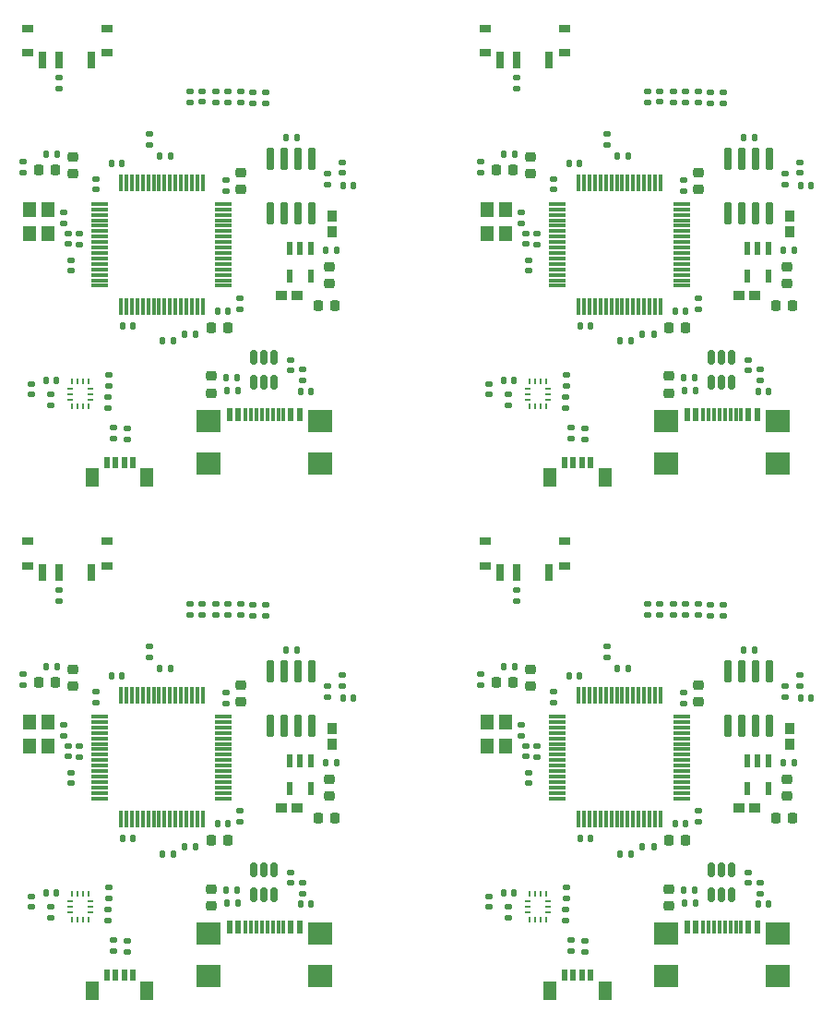
<source format=gbr>
%TF.GenerationSoftware,KiCad,Pcbnew,(6.0.11)*%
%TF.CreationDate,2023-02-14T10:47:04+13:00*%
%TF.ProjectId,stm32_panel,73746d33-325f-4706-916e-656c2e6b6963,rev?*%
%TF.SameCoordinates,Original*%
%TF.FileFunction,Paste,Top*%
%TF.FilePolarity,Positive*%
%FSLAX46Y46*%
G04 Gerber Fmt 4.6, Leading zero omitted, Abs format (unit mm)*
G04 Created by KiCad (PCBNEW (6.0.11)) date 2023-02-14 10:47:04*
%MOMM*%
%LPD*%
G01*
G04 APERTURE LIST*
G04 Aperture macros list*
%AMRoundRect*
0 Rectangle with rounded corners*
0 $1 Rounding radius*
0 $2 $3 $4 $5 $6 $7 $8 $9 X,Y pos of 4 corners*
0 Add a 4 corners polygon primitive as box body*
4,1,4,$2,$3,$4,$5,$6,$7,$8,$9,$2,$3,0*
0 Add four circle primitives for the rounded corners*
1,1,$1+$1,$2,$3*
1,1,$1+$1,$4,$5*
1,1,$1+$1,$6,$7*
1,1,$1+$1,$8,$9*
0 Add four rect primitives between the rounded corners*
20,1,$1+$1,$2,$3,$4,$5,0*
20,1,$1+$1,$4,$5,$6,$7,0*
20,1,$1+$1,$6,$7,$8,$9,0*
20,1,$1+$1,$8,$9,$2,$3,0*%
G04 Aperture macros list end*
%ADD10RoundRect,0.218750X-0.218750X-0.256250X0.218750X-0.256250X0.218750X0.256250X-0.218750X0.256250X0*%
%ADD11RoundRect,0.147500X0.172500X-0.147500X0.172500X0.147500X-0.172500X0.147500X-0.172500X-0.147500X0*%
%ADD12RoundRect,0.218750X0.256250X-0.218750X0.256250X0.218750X-0.256250X0.218750X-0.256250X-0.218750X0*%
%ADD13RoundRect,0.225000X0.250000X-0.225000X0.250000X0.225000X-0.250000X0.225000X-0.250000X-0.225000X0*%
%ADD14R,0.500000X1.100000*%
%ADD15R,1.200000X1.700000*%
%ADD16RoundRect,0.225000X0.225000X0.250000X-0.225000X0.250000X-0.225000X-0.250000X0.225000X-0.250000X0*%
%ADD17R,0.999999X0.949998*%
%ADD18RoundRect,0.135000X0.185000X-0.135000X0.185000X0.135000X-0.185000X0.135000X-0.185000X-0.135000X0*%
%ADD19RoundRect,0.150000X0.150000X-0.512500X0.150000X0.512500X-0.150000X0.512500X-0.150000X-0.512500X0*%
%ADD20RoundRect,0.135000X-0.135000X-0.185000X0.135000X-0.185000X0.135000X0.185000X-0.135000X0.185000X0*%
%ADD21RoundRect,0.140000X0.140000X0.170000X-0.140000X0.170000X-0.140000X-0.170000X0.140000X-0.170000X0*%
%ADD22RoundRect,0.088500X-0.206500X0.516500X-0.206500X-0.516500X0.206500X-0.516500X0.206500X0.516500X0*%
%ADD23RoundRect,0.147500X-0.147500X-0.172500X0.147500X-0.172500X0.147500X0.172500X-0.147500X0.172500X0*%
%ADD24RoundRect,0.140000X0.170000X-0.140000X0.170000X0.140000X-0.170000X0.140000X-0.170000X-0.140000X0*%
%ADD25RoundRect,0.075000X-0.700000X-0.075000X0.700000X-0.075000X0.700000X0.075000X-0.700000X0.075000X0*%
%ADD26RoundRect,0.075000X-0.075000X-0.700000X0.075000X-0.700000X0.075000X0.700000X-0.075000X0.700000X0*%
%ADD27RoundRect,0.135000X-0.185000X0.135000X-0.185000X-0.135000X0.185000X-0.135000X0.185000X0.135000X0*%
%ADD28RoundRect,0.147500X-0.172500X0.147500X-0.172500X-0.147500X0.172500X-0.147500X0.172500X0.147500X0*%
%ADD29RoundRect,0.042000X-0.258000X0.943000X-0.258000X-0.943000X0.258000X-0.943000X0.258000X0.943000X0*%
%ADD30R,1.200000X1.400000*%
%ADD31RoundRect,0.140000X-0.140000X-0.170000X0.140000X-0.170000X0.140000X0.170000X-0.140000X0.170000X0*%
%ADD32RoundRect,0.218750X-0.256250X0.218750X-0.256250X-0.218750X0.256250X-0.218750X0.256250X0.218750X0*%
%ADD33RoundRect,0.140000X-0.170000X0.140000X-0.170000X-0.140000X0.170000X-0.140000X0.170000X0.140000X0*%
%ADD34RoundRect,0.135000X0.135000X0.185000X-0.135000X0.185000X-0.135000X-0.185000X0.135000X-0.185000X0*%
%ADD35R,0.949998X0.999999*%
%ADD36R,0.250000X0.475000*%
%ADD37R,0.475000X0.250000*%
%ADD38RoundRect,0.225000X-0.225000X-0.250000X0.225000X-0.250000X0.225000X0.250000X-0.225000X0.250000X0*%
%ADD39R,1.000000X0.800000*%
%ADD40R,0.700000X1.500000*%
%ADD41R,0.600000X1.150000*%
%ADD42R,0.300000X1.150000*%
%ADD43R,2.180000X2.000000*%
G04 APERTURE END LIST*
D10*
%TO.C,D308*%
X73672500Y-29970000D03*
X75247500Y-29970000D03*
%TD*%
D11*
%TO.C,D502*%
X59550000Y-77265000D03*
X59550000Y-76295000D03*
%TD*%
D12*
%TO.C,D301*%
X89505000Y-50457500D03*
X89505000Y-48882500D03*
%TD*%
D13*
%TO.C,C306*%
X50255000Y-31765000D03*
X50255000Y-30215000D03*
%TD*%
D14*
%TO.C,J401*%
X40350000Y-103800000D03*
X39550000Y-103800000D03*
X38750000Y-103800000D03*
X37950000Y-103800000D03*
D15*
X41650000Y-105200000D03*
X36650000Y-105200000D03*
%TD*%
D16*
%TO.C,C303*%
X100885000Y-89440000D03*
X99335000Y-89440000D03*
%TD*%
D17*
%TO.C,C205*%
X95935001Y-88480000D03*
X97384999Y-88480000D03*
%TD*%
D18*
%TO.C,R314*%
X93305000Y-70865000D03*
X93305000Y-69845000D03*
%TD*%
D19*
%TO.C,U302*%
X51425000Y-49452500D03*
X52375000Y-49452500D03*
X53325000Y-49452500D03*
X53325000Y-47177500D03*
X52375000Y-47177500D03*
X51425000Y-47177500D03*
%TD*%
D20*
%TO.C,R306*%
X90905000Y-49005000D03*
X91925000Y-49005000D03*
%TD*%
D18*
%TO.C,R316*%
X45600000Y-23770000D03*
X45600000Y-22750000D03*
%TD*%
D21*
%TO.C,C501*%
X55390000Y-26975000D03*
X54430000Y-26975000D03*
%TD*%
D14*
%TO.C,J401*%
X82350000Y-103800000D03*
X81550000Y-103800000D03*
X80750000Y-103800000D03*
X79950000Y-103800000D03*
D15*
X83650000Y-105200000D03*
X78650000Y-105200000D03*
%TD*%
D22*
%TO.C,U201*%
X98650000Y-84182500D03*
X97700000Y-84182500D03*
X96750000Y-84182500D03*
X96750000Y-86692500D03*
X98650000Y-86692500D03*
%TD*%
D13*
%TO.C,C306*%
X92255000Y-31765000D03*
X92255000Y-30215000D03*
%TD*%
D23*
%TO.C,D306*%
X97715000Y-97300000D03*
X98685000Y-97300000D03*
%TD*%
D19*
%TO.C,U302*%
X93425000Y-96452500D03*
X94375000Y-96452500D03*
X95325000Y-96452500D03*
X95325000Y-94177500D03*
X94375000Y-94177500D03*
X93425000Y-94177500D03*
%TD*%
D18*
%TO.C,R502*%
X100230000Y-31290000D03*
X100230000Y-30270000D03*
%TD*%
%TO.C,R317*%
X30290000Y-30220000D03*
X30290000Y-29200000D03*
%TD*%
D24*
%TO.C,C312*%
X54800000Y-48330000D03*
X54800000Y-47370000D03*
%TD*%
D25*
%TO.C,U301*%
X37325000Y-80090000D03*
X37325000Y-80590000D03*
X37325000Y-81090000D03*
X37325000Y-81590000D03*
X37325000Y-82090000D03*
X37325000Y-82590000D03*
X37325000Y-83090000D03*
X37325000Y-83590000D03*
X37325000Y-84090000D03*
X37325000Y-84590000D03*
X37325000Y-85090000D03*
X37325000Y-85590000D03*
X37325000Y-86090000D03*
X37325000Y-86590000D03*
X37325000Y-87090000D03*
X37325000Y-87590000D03*
D26*
X39250000Y-89515000D03*
X39750000Y-89515000D03*
X40250000Y-89515000D03*
X40750000Y-89515000D03*
X41250000Y-89515000D03*
X41750000Y-89515000D03*
X42250000Y-89515000D03*
X42750000Y-89515000D03*
X43250000Y-89515000D03*
X43750000Y-89515000D03*
X44250000Y-89515000D03*
X44750000Y-89515000D03*
X45250000Y-89515000D03*
X45750000Y-89515000D03*
X46250000Y-89515000D03*
X46750000Y-89515000D03*
D25*
X48675000Y-87590000D03*
X48675000Y-87090000D03*
X48675000Y-86590000D03*
X48675000Y-86090000D03*
X48675000Y-85590000D03*
X48675000Y-85090000D03*
X48675000Y-84590000D03*
X48675000Y-84090000D03*
X48675000Y-83590000D03*
X48675000Y-83090000D03*
X48675000Y-82590000D03*
X48675000Y-82090000D03*
X48675000Y-81590000D03*
X48675000Y-81090000D03*
X48675000Y-80590000D03*
X48675000Y-80090000D03*
D26*
X46750000Y-78165000D03*
X46250000Y-78165000D03*
X45750000Y-78165000D03*
X45250000Y-78165000D03*
X44750000Y-78165000D03*
X44250000Y-78165000D03*
X43750000Y-78165000D03*
X43250000Y-78165000D03*
X42750000Y-78165000D03*
X42250000Y-78165000D03*
X41750000Y-78165000D03*
X41250000Y-78165000D03*
X40750000Y-78165000D03*
X40250000Y-78165000D03*
X39750000Y-78165000D03*
X39250000Y-78165000D03*
%TD*%
D27*
%TO.C,R308*%
X50200000Y-41715000D03*
X50200000Y-42735000D03*
%TD*%
D21*
%TO.C,C308*%
X40325000Y-44260000D03*
X39365000Y-44260000D03*
%TD*%
D18*
%TO.C,R305*%
X97900000Y-49310000D03*
X97900000Y-48290000D03*
%TD*%
D12*
%TO.C,D301*%
X89505000Y-97457500D03*
X89505000Y-95882500D03*
%TD*%
D28*
%TO.C,D303*%
X46710000Y-22770000D03*
X46710000Y-23740000D03*
%TD*%
D29*
%TO.C,U501*%
X56755000Y-28980000D03*
X55485000Y-28980000D03*
X54215000Y-28980000D03*
X52945000Y-28980000D03*
X52945000Y-33920000D03*
X54215000Y-33920000D03*
X55485000Y-33920000D03*
X56755000Y-33920000D03*
%TD*%
D23*
%TO.C,D503*%
X59615000Y-78415000D03*
X60585000Y-78415000D03*
%TD*%
D20*
%TO.C,R310*%
X43010000Y-92670000D03*
X44030000Y-92670000D03*
%TD*%
D22*
%TO.C,U201*%
X56650000Y-37182500D03*
X55700000Y-37182500D03*
X54750000Y-37182500D03*
X54750000Y-39692500D03*
X56650000Y-39692500D03*
%TD*%
D16*
%TO.C,C303*%
X58885000Y-42440000D03*
X57335000Y-42440000D03*
%TD*%
D30*
%TO.C,Y301*%
X30815000Y-33625000D03*
X30815000Y-35825000D03*
X32515000Y-35825000D03*
X32515000Y-33625000D03*
%TD*%
D31*
%TO.C,C401*%
X32385000Y-96245000D03*
X33345000Y-96245000D03*
%TD*%
D32*
%TO.C,D307*%
X34820000Y-28762500D03*
X34820000Y-30337500D03*
%TD*%
D24*
%TO.C,C403*%
X32790000Y-98525000D03*
X32790000Y-97565000D03*
%TD*%
D20*
%TO.C,R306*%
X48905000Y-96005000D03*
X49925000Y-96005000D03*
%TD*%
D18*
%TO.C,R314*%
X51305000Y-23865000D03*
X51305000Y-22845000D03*
%TD*%
D24*
%TO.C,C402*%
X73015000Y-50555000D03*
X73015000Y-49595000D03*
%TD*%
D19*
%TO.C,U302*%
X51425000Y-96452500D03*
X52375000Y-96452500D03*
X53325000Y-96452500D03*
X53325000Y-94177500D03*
X52375000Y-94177500D03*
X51425000Y-94177500D03*
%TD*%
D27*
%TO.C,R401*%
X39800000Y-53640000D03*
X39800000Y-54660000D03*
%TD*%
D21*
%TO.C,C501*%
X55390000Y-73975000D03*
X54430000Y-73975000D03*
%TD*%
D18*
%TO.C,R315*%
X47930000Y-23805000D03*
X47930000Y-22785000D03*
%TD*%
D33*
%TO.C,C302*%
X34406315Y-82806315D03*
X34406315Y-83766315D03*
%TD*%
D24*
%TO.C,C403*%
X74790000Y-98525000D03*
X74790000Y-97565000D03*
%TD*%
D28*
%TO.C,D305*%
X92225000Y-69790000D03*
X92225000Y-70760000D03*
%TD*%
D27*
%TO.C,R402*%
X38530000Y-53590000D03*
X38530000Y-54610000D03*
%TD*%
D21*
%TO.C,C501*%
X97390000Y-26975000D03*
X96430000Y-26975000D03*
%TD*%
D34*
%TO.C,R313*%
X33380000Y-28560000D03*
X32360000Y-28560000D03*
%TD*%
%TO.C,R313*%
X75380000Y-28560000D03*
X74360000Y-28560000D03*
%TD*%
D20*
%TO.C,R306*%
X90905000Y-96005000D03*
X91925000Y-96005000D03*
%TD*%
D19*
%TO.C,U302*%
X93425000Y-49452500D03*
X94375000Y-49452500D03*
X95325000Y-49452500D03*
X95325000Y-47177500D03*
X94375000Y-47177500D03*
X93425000Y-47177500D03*
%TD*%
D16*
%TO.C,C303*%
X58885000Y-89440000D03*
X57335000Y-89440000D03*
%TD*%
D35*
%TO.C,C201*%
X100655000Y-81220001D03*
X100655000Y-82669999D03*
%TD*%
D24*
%TO.C,C403*%
X32790000Y-51525000D03*
X32790000Y-50565000D03*
%TD*%
D31*
%TO.C,C307*%
X90095000Y-42890000D03*
X91055000Y-42890000D03*
%TD*%
D36*
%TO.C,U401*%
X36265000Y-96352500D03*
X35765000Y-96352500D03*
X35265000Y-96352500D03*
X34765000Y-96352500D03*
D37*
X34602500Y-97015000D03*
X34602500Y-97515000D03*
X34602500Y-98015000D03*
D36*
X34765000Y-98677500D03*
X35265000Y-98677500D03*
X35765000Y-98677500D03*
X36265000Y-98677500D03*
D37*
X36427500Y-98015000D03*
X36427500Y-97515000D03*
X36427500Y-97015000D03*
%TD*%
D10*
%TO.C,D308*%
X31672500Y-76970000D03*
X33247500Y-76970000D03*
%TD*%
D38*
%TO.C,C304*%
X47495000Y-44455000D03*
X49045000Y-44455000D03*
%TD*%
D23*
%TO.C,D503*%
X101615000Y-31415000D03*
X102585000Y-31415000D03*
%TD*%
D18*
%TO.C,R316*%
X87600000Y-70770000D03*
X87600000Y-69750000D03*
%TD*%
D25*
%TO.C,U301*%
X37325000Y-33090000D03*
X37325000Y-33590000D03*
X37325000Y-34090000D03*
X37325000Y-34590000D03*
X37325000Y-35090000D03*
X37325000Y-35590000D03*
X37325000Y-36090000D03*
X37325000Y-36590000D03*
X37325000Y-37090000D03*
X37325000Y-37590000D03*
X37325000Y-38090000D03*
X37325000Y-38590000D03*
X37325000Y-39090000D03*
X37325000Y-39590000D03*
X37325000Y-40090000D03*
X37325000Y-40590000D03*
D26*
X39250000Y-42515000D03*
X39750000Y-42515000D03*
X40250000Y-42515000D03*
X40750000Y-42515000D03*
X41250000Y-42515000D03*
X41750000Y-42515000D03*
X42250000Y-42515000D03*
X42750000Y-42515000D03*
X43250000Y-42515000D03*
X43750000Y-42515000D03*
X44250000Y-42515000D03*
X44750000Y-42515000D03*
X45250000Y-42515000D03*
X45750000Y-42515000D03*
X46250000Y-42515000D03*
X46750000Y-42515000D03*
D25*
X48675000Y-40590000D03*
X48675000Y-40090000D03*
X48675000Y-39590000D03*
X48675000Y-39090000D03*
X48675000Y-38590000D03*
X48675000Y-38090000D03*
X48675000Y-37590000D03*
X48675000Y-37090000D03*
X48675000Y-36590000D03*
X48675000Y-36090000D03*
X48675000Y-35590000D03*
X48675000Y-35090000D03*
X48675000Y-34590000D03*
X48675000Y-34090000D03*
X48675000Y-33590000D03*
X48675000Y-33090000D03*
D26*
X46750000Y-31165000D03*
X46250000Y-31165000D03*
X45750000Y-31165000D03*
X45250000Y-31165000D03*
X44750000Y-31165000D03*
X44250000Y-31165000D03*
X43750000Y-31165000D03*
X43250000Y-31165000D03*
X42750000Y-31165000D03*
X42250000Y-31165000D03*
X41750000Y-31165000D03*
X41250000Y-31165000D03*
X40750000Y-31165000D03*
X40250000Y-31165000D03*
X39750000Y-31165000D03*
X39250000Y-31165000D03*
%TD*%
D24*
%TO.C,C305*%
X48905000Y-78890000D03*
X48905000Y-77930000D03*
%TD*%
D27*
%TO.C,R401*%
X81800000Y-100640000D03*
X81800000Y-101660000D03*
%TD*%
D17*
%TO.C,C205*%
X95935001Y-41480000D03*
X97384999Y-41480000D03*
%TD*%
D24*
%TO.C,C301*%
X76021315Y-81841315D03*
X76021315Y-80881315D03*
%TD*%
D28*
%TO.C,D304*%
X49025000Y-22785000D03*
X49025000Y-23755000D03*
%TD*%
D35*
%TO.C,C201*%
X58655000Y-34220001D03*
X58655000Y-35669999D03*
%TD*%
D18*
%TO.C,R305*%
X55900000Y-49310000D03*
X55900000Y-48290000D03*
%TD*%
D11*
%TO.C,D502*%
X101550000Y-77265000D03*
X101550000Y-76295000D03*
%TD*%
D24*
%TO.C,C309*%
X78920000Y-31785000D03*
X78920000Y-30825000D03*
%TD*%
D18*
%TO.C,R317*%
X72290000Y-30220000D03*
X72290000Y-29200000D03*
%TD*%
D23*
%TO.C,D306*%
X55715000Y-50300000D03*
X56685000Y-50300000D03*
%TD*%
D22*
%TO.C,U201*%
X56650000Y-84182500D03*
X55700000Y-84182500D03*
X54750000Y-84182500D03*
X54750000Y-86692500D03*
X56650000Y-86692500D03*
%TD*%
D39*
%TO.C,SW301*%
X79950000Y-19255000D03*
X79950000Y-17045000D03*
X72650000Y-19255000D03*
X72650000Y-17045000D03*
D40*
X78550000Y-19905000D03*
X75550000Y-19905000D03*
X74050000Y-19905000D03*
%TD*%
D18*
%TO.C,R315*%
X47930000Y-70805000D03*
X47930000Y-69785000D03*
%TD*%
D13*
%TO.C,C306*%
X50255000Y-78765000D03*
X50255000Y-77215000D03*
%TD*%
D34*
%TO.C,R309*%
X85795000Y-28705000D03*
X84775000Y-28705000D03*
%TD*%
D21*
%TO.C,C308*%
X40325000Y-91260000D03*
X39365000Y-91260000D03*
%TD*%
D10*
%TO.C,D308*%
X73672500Y-76970000D03*
X75247500Y-76970000D03*
%TD*%
D27*
%TO.C,R401*%
X39800000Y-100640000D03*
X39800000Y-101660000D03*
%TD*%
D28*
%TO.C,D302*%
X52505000Y-69875000D03*
X52505000Y-70845000D03*
%TD*%
D24*
%TO.C,C309*%
X36920000Y-31785000D03*
X36920000Y-30825000D03*
%TD*%
%TO.C,C305*%
X90905000Y-31890000D03*
X90905000Y-30930000D03*
%TD*%
D36*
%TO.C,U401*%
X36265000Y-49352500D03*
X35765000Y-49352500D03*
X35265000Y-49352500D03*
X34765000Y-49352500D03*
D37*
X34602500Y-50015000D03*
X34602500Y-50515000D03*
X34602500Y-51015000D03*
D36*
X34765000Y-51677500D03*
X35265000Y-51677500D03*
X35765000Y-51677500D03*
X36265000Y-51677500D03*
D37*
X36427500Y-51015000D03*
X36427500Y-50515000D03*
X36427500Y-50015000D03*
%TD*%
D20*
%TO.C,R310*%
X43010000Y-45670000D03*
X44030000Y-45670000D03*
%TD*%
D24*
%TO.C,C301*%
X76021315Y-34841315D03*
X76021315Y-33881315D03*
%TD*%
D18*
%TO.C,R305*%
X97900000Y-96310000D03*
X97900000Y-95290000D03*
%TD*%
D29*
%TO.C,U501*%
X98755000Y-28980000D03*
X97485000Y-28980000D03*
X96215000Y-28980000D03*
X94945000Y-28980000D03*
X94945000Y-33920000D03*
X96215000Y-33920000D03*
X97485000Y-33920000D03*
X98755000Y-33920000D03*
%TD*%
D35*
%TO.C,C201*%
X58655000Y-81220001D03*
X58655000Y-82669999D03*
%TD*%
D21*
%TO.C,C308*%
X82325000Y-91260000D03*
X81365000Y-91260000D03*
%TD*%
D18*
%TO.C,R303*%
X75550000Y-22550000D03*
X75550000Y-21530000D03*
%TD*%
D33*
%TO.C,C302*%
X34406315Y-35806315D03*
X34406315Y-36766315D03*
%TD*%
D34*
%TO.C,R208*%
X101040000Y-37295000D03*
X100020000Y-37295000D03*
%TD*%
D38*
%TO.C,C304*%
X89495000Y-91455000D03*
X91045000Y-91455000D03*
%TD*%
D28*
%TO.C,D304*%
X91025000Y-22785000D03*
X91025000Y-23755000D03*
%TD*%
D41*
%TO.C,J302*%
X49225000Y-99395000D03*
X50025000Y-99395000D03*
D42*
X51175000Y-99395000D03*
X52175000Y-99395000D03*
X52675000Y-99395000D03*
X53675000Y-99395000D03*
D41*
X55625000Y-99395000D03*
X54825000Y-99395000D03*
D42*
X54175000Y-99395000D03*
X53175000Y-99395000D03*
X51675000Y-99395000D03*
X50675000Y-99395000D03*
D43*
X47315000Y-99970000D03*
X57535000Y-99970000D03*
X47315000Y-103900000D03*
X57535000Y-103900000D03*
%TD*%
D36*
%TO.C,U401*%
X78265000Y-96352500D03*
X77765000Y-96352500D03*
X77265000Y-96352500D03*
X76765000Y-96352500D03*
D37*
X76602500Y-97015000D03*
X76602500Y-97515000D03*
X76602500Y-98015000D03*
D36*
X76765000Y-98677500D03*
X77265000Y-98677500D03*
X77765000Y-98677500D03*
X78265000Y-98677500D03*
D37*
X78427500Y-98015000D03*
X78427500Y-97515000D03*
X78427500Y-97015000D03*
%TD*%
D20*
%TO.C,R304*%
X48940000Y-97200000D03*
X49960000Y-97200000D03*
%TD*%
D27*
%TO.C,R301*%
X80095000Y-95770000D03*
X80095000Y-96790000D03*
%TD*%
D18*
%TO.C,R316*%
X87600000Y-23770000D03*
X87600000Y-22750000D03*
%TD*%
%TO.C,R305*%
X55900000Y-96310000D03*
X55900000Y-95290000D03*
%TD*%
D20*
%TO.C,R304*%
X90940000Y-50200000D03*
X91960000Y-50200000D03*
%TD*%
D38*
%TO.C,C304*%
X89495000Y-44455000D03*
X91045000Y-44455000D03*
%TD*%
D24*
%TO.C,C305*%
X90905000Y-78890000D03*
X90905000Y-77930000D03*
%TD*%
D18*
%TO.C,R307*%
X80065000Y-51830000D03*
X80065000Y-50810000D03*
%TD*%
D32*
%TO.C,D307*%
X76820000Y-28762500D03*
X76820000Y-30337500D03*
%TD*%
D31*
%TO.C,C310*%
X80370000Y-76350000D03*
X81330000Y-76350000D03*
%TD*%
D18*
%TO.C,R302*%
X77460000Y-83855000D03*
X77460000Y-82835000D03*
%TD*%
D24*
%TO.C,C312*%
X96800000Y-95330000D03*
X96800000Y-94370000D03*
%TD*%
D28*
%TO.C,D302*%
X52505000Y-22875000D03*
X52505000Y-23845000D03*
%TD*%
D23*
%TO.C,D306*%
X55715000Y-97300000D03*
X56685000Y-97300000D03*
%TD*%
D31*
%TO.C,C310*%
X38370000Y-29350000D03*
X39330000Y-29350000D03*
%TD*%
D24*
%TO.C,C402*%
X31015000Y-50555000D03*
X31015000Y-49595000D03*
%TD*%
D18*
%TO.C,R314*%
X93305000Y-23865000D03*
X93305000Y-22845000D03*
%TD*%
D27*
%TO.C,R308*%
X92200000Y-41715000D03*
X92200000Y-42735000D03*
%TD*%
D24*
%TO.C,C311*%
X34640000Y-86230000D03*
X34640000Y-85270000D03*
%TD*%
%TO.C,C305*%
X48905000Y-31890000D03*
X48905000Y-30930000D03*
%TD*%
D34*
%TO.C,R313*%
X75380000Y-75560000D03*
X74360000Y-75560000D03*
%TD*%
D18*
%TO.C,R302*%
X35460000Y-36855000D03*
X35460000Y-35835000D03*
%TD*%
D34*
%TO.C,R312*%
X88135000Y-45010000D03*
X87115000Y-45010000D03*
%TD*%
D28*
%TO.C,D304*%
X49025000Y-69785000D03*
X49025000Y-70755000D03*
%TD*%
%TO.C,D305*%
X50225000Y-22790000D03*
X50225000Y-23760000D03*
%TD*%
D35*
%TO.C,C201*%
X100655000Y-34220001D03*
X100655000Y-35669999D03*
%TD*%
D41*
%TO.C,J302*%
X91225000Y-99395000D03*
X92025000Y-99395000D03*
D42*
X93175000Y-99395000D03*
X94175000Y-99395000D03*
X94675000Y-99395000D03*
X95675000Y-99395000D03*
D41*
X97625000Y-99395000D03*
X96825000Y-99395000D03*
D42*
X96175000Y-99395000D03*
X95175000Y-99395000D03*
X93675000Y-99395000D03*
X92675000Y-99395000D03*
D43*
X89315000Y-99970000D03*
X99535000Y-99970000D03*
X89315000Y-103900000D03*
X99535000Y-103900000D03*
%TD*%
D34*
%TO.C,R208*%
X101040000Y-84295000D03*
X100020000Y-84295000D03*
%TD*%
D11*
%TO.C,D502*%
X59550000Y-30265000D03*
X59550000Y-29295000D03*
%TD*%
D27*
%TO.C,R311*%
X83845000Y-73645000D03*
X83845000Y-74665000D03*
%TD*%
D21*
%TO.C,C501*%
X97390000Y-73975000D03*
X96430000Y-73975000D03*
%TD*%
D14*
%TO.C,J401*%
X40350000Y-56800000D03*
X39550000Y-56800000D03*
X38750000Y-56800000D03*
X37950000Y-56800000D03*
D15*
X41650000Y-58200000D03*
X36650000Y-58200000D03*
%TD*%
D28*
%TO.C,D302*%
X94505000Y-69875000D03*
X94505000Y-70845000D03*
%TD*%
D20*
%TO.C,R304*%
X48940000Y-50200000D03*
X49960000Y-50200000D03*
%TD*%
D14*
%TO.C,J401*%
X82350000Y-56800000D03*
X81550000Y-56800000D03*
X80750000Y-56800000D03*
X79950000Y-56800000D03*
D15*
X83650000Y-58200000D03*
X78650000Y-58200000D03*
%TD*%
D28*
%TO.C,D305*%
X50225000Y-69790000D03*
X50225000Y-70760000D03*
%TD*%
D18*
%TO.C,R302*%
X35460000Y-83855000D03*
X35460000Y-82835000D03*
%TD*%
%TO.C,R502*%
X100230000Y-78290000D03*
X100230000Y-77270000D03*
%TD*%
D34*
%TO.C,R208*%
X59040000Y-84295000D03*
X58020000Y-84295000D03*
%TD*%
D20*
%TO.C,R310*%
X85010000Y-92670000D03*
X86030000Y-92670000D03*
%TD*%
D17*
%TO.C,C205*%
X53935001Y-88480000D03*
X55384999Y-88480000D03*
%TD*%
D23*
%TO.C,D306*%
X97715000Y-50300000D03*
X98685000Y-50300000D03*
%TD*%
D18*
%TO.C,R315*%
X89930000Y-70805000D03*
X89930000Y-69785000D03*
%TD*%
D34*
%TO.C,R208*%
X59040000Y-37295000D03*
X58020000Y-37295000D03*
%TD*%
D17*
%TO.C,C205*%
X53935001Y-41480000D03*
X55384999Y-41480000D03*
%TD*%
D24*
%TO.C,C402*%
X73015000Y-97555000D03*
X73015000Y-96595000D03*
%TD*%
D34*
%TO.C,R313*%
X33380000Y-75560000D03*
X32360000Y-75560000D03*
%TD*%
D32*
%TO.C,D307*%
X34820000Y-75762500D03*
X34820000Y-77337500D03*
%TD*%
%TO.C,D204*%
X100400000Y-38832500D03*
X100400000Y-40407500D03*
%TD*%
D24*
%TO.C,C309*%
X36920000Y-78785000D03*
X36920000Y-77825000D03*
%TD*%
D22*
%TO.C,U201*%
X98650000Y-37182500D03*
X97700000Y-37182500D03*
X96750000Y-37182500D03*
X96750000Y-39692500D03*
X98650000Y-39692500D03*
%TD*%
D28*
%TO.C,D303*%
X88710000Y-22770000D03*
X88710000Y-23740000D03*
%TD*%
D34*
%TO.C,R312*%
X88135000Y-92010000D03*
X87115000Y-92010000D03*
%TD*%
%TO.C,R309*%
X43795000Y-75705000D03*
X42775000Y-75705000D03*
%TD*%
D10*
%TO.C,D308*%
X31672500Y-29970000D03*
X33247500Y-29970000D03*
%TD*%
D33*
%TO.C,C302*%
X76406315Y-35806315D03*
X76406315Y-36766315D03*
%TD*%
D27*
%TO.C,R308*%
X92200000Y-88715000D03*
X92200000Y-89735000D03*
%TD*%
D32*
%TO.C,D307*%
X76820000Y-75762500D03*
X76820000Y-77337500D03*
%TD*%
D28*
%TO.C,D303*%
X88710000Y-69770000D03*
X88710000Y-70740000D03*
%TD*%
D39*
%TO.C,SW301*%
X30650000Y-64045000D03*
X37950000Y-64045000D03*
X30650000Y-66255000D03*
X37950000Y-66255000D03*
D40*
X36550000Y-66905000D03*
X33550000Y-66905000D03*
X32050000Y-66905000D03*
%TD*%
D18*
%TO.C,R307*%
X80065000Y-98830000D03*
X80065000Y-97810000D03*
%TD*%
D24*
%TO.C,C402*%
X31015000Y-97555000D03*
X31015000Y-96595000D03*
%TD*%
D18*
%TO.C,R307*%
X38065000Y-98830000D03*
X38065000Y-97810000D03*
%TD*%
D30*
%TO.C,Y301*%
X72815000Y-33625000D03*
X72815000Y-35825000D03*
X74515000Y-35825000D03*
X74515000Y-33625000D03*
%TD*%
D18*
%TO.C,R502*%
X58230000Y-31290000D03*
X58230000Y-30270000D03*
%TD*%
D28*
%TO.C,D303*%
X46710000Y-69770000D03*
X46710000Y-70740000D03*
%TD*%
D20*
%TO.C,R304*%
X90940000Y-97200000D03*
X91960000Y-97200000D03*
%TD*%
D31*
%TO.C,C307*%
X90095000Y-89890000D03*
X91055000Y-89890000D03*
%TD*%
D32*
%TO.C,D204*%
X100400000Y-85832500D03*
X100400000Y-87407500D03*
%TD*%
D27*
%TO.C,R301*%
X38095000Y-48770000D03*
X38095000Y-49790000D03*
%TD*%
D36*
%TO.C,U401*%
X78265000Y-49352500D03*
X77765000Y-49352500D03*
X77265000Y-49352500D03*
X76765000Y-49352500D03*
D37*
X76602500Y-50015000D03*
X76602500Y-50515000D03*
X76602500Y-51015000D03*
D36*
X76765000Y-51677500D03*
X77265000Y-51677500D03*
X77765000Y-51677500D03*
X78265000Y-51677500D03*
D37*
X78427500Y-51015000D03*
X78427500Y-50515000D03*
X78427500Y-50015000D03*
%TD*%
D31*
%TO.C,C401*%
X74385000Y-96245000D03*
X75345000Y-96245000D03*
%TD*%
D41*
%TO.C,J302*%
X49225000Y-52395000D03*
X50025000Y-52395000D03*
D42*
X51175000Y-52395000D03*
X52175000Y-52395000D03*
X52675000Y-52395000D03*
X53675000Y-52395000D03*
D41*
X55625000Y-52395000D03*
X54825000Y-52395000D03*
D42*
X54175000Y-52395000D03*
X53175000Y-52395000D03*
X51675000Y-52395000D03*
X50675000Y-52395000D03*
D43*
X47315000Y-52970000D03*
X57535000Y-52970000D03*
X47315000Y-56900000D03*
X57535000Y-56900000D03*
%TD*%
D25*
%TO.C,U301*%
X79325000Y-33090000D03*
X79325000Y-33590000D03*
X79325000Y-34090000D03*
X79325000Y-34590000D03*
X79325000Y-35090000D03*
X79325000Y-35590000D03*
X79325000Y-36090000D03*
X79325000Y-36590000D03*
X79325000Y-37090000D03*
X79325000Y-37590000D03*
X79325000Y-38090000D03*
X79325000Y-38590000D03*
X79325000Y-39090000D03*
X79325000Y-39590000D03*
X79325000Y-40090000D03*
X79325000Y-40590000D03*
D26*
X81250000Y-42515000D03*
X81750000Y-42515000D03*
X82250000Y-42515000D03*
X82750000Y-42515000D03*
X83250000Y-42515000D03*
X83750000Y-42515000D03*
X84250000Y-42515000D03*
X84750000Y-42515000D03*
X85250000Y-42515000D03*
X85750000Y-42515000D03*
X86250000Y-42515000D03*
X86750000Y-42515000D03*
X87250000Y-42515000D03*
X87750000Y-42515000D03*
X88250000Y-42515000D03*
X88750000Y-42515000D03*
D25*
X90675000Y-40590000D03*
X90675000Y-40090000D03*
X90675000Y-39590000D03*
X90675000Y-39090000D03*
X90675000Y-38590000D03*
X90675000Y-38090000D03*
X90675000Y-37590000D03*
X90675000Y-37090000D03*
X90675000Y-36590000D03*
X90675000Y-36090000D03*
X90675000Y-35590000D03*
X90675000Y-35090000D03*
X90675000Y-34590000D03*
X90675000Y-34090000D03*
X90675000Y-33590000D03*
X90675000Y-33090000D03*
D26*
X88750000Y-31165000D03*
X88250000Y-31165000D03*
X87750000Y-31165000D03*
X87250000Y-31165000D03*
X86750000Y-31165000D03*
X86250000Y-31165000D03*
X85750000Y-31165000D03*
X85250000Y-31165000D03*
X84750000Y-31165000D03*
X84250000Y-31165000D03*
X83750000Y-31165000D03*
X83250000Y-31165000D03*
X82750000Y-31165000D03*
X82250000Y-31165000D03*
X81750000Y-31165000D03*
X81250000Y-31165000D03*
%TD*%
D24*
%TO.C,C301*%
X34021315Y-81841315D03*
X34021315Y-80881315D03*
%TD*%
D27*
%TO.C,R301*%
X80095000Y-48770000D03*
X80095000Y-49790000D03*
%TD*%
D33*
%TO.C,C302*%
X76406315Y-82806315D03*
X76406315Y-83766315D03*
%TD*%
D24*
%TO.C,C301*%
X34021315Y-34841315D03*
X34021315Y-33881315D03*
%TD*%
D31*
%TO.C,C401*%
X74385000Y-49245000D03*
X75345000Y-49245000D03*
%TD*%
D25*
%TO.C,U301*%
X79325000Y-80090000D03*
X79325000Y-80590000D03*
X79325000Y-81090000D03*
X79325000Y-81590000D03*
X79325000Y-82090000D03*
X79325000Y-82590000D03*
X79325000Y-83090000D03*
X79325000Y-83590000D03*
X79325000Y-84090000D03*
X79325000Y-84590000D03*
X79325000Y-85090000D03*
X79325000Y-85590000D03*
X79325000Y-86090000D03*
X79325000Y-86590000D03*
X79325000Y-87090000D03*
X79325000Y-87590000D03*
D26*
X81250000Y-89515000D03*
X81750000Y-89515000D03*
X82250000Y-89515000D03*
X82750000Y-89515000D03*
X83250000Y-89515000D03*
X83750000Y-89515000D03*
X84250000Y-89515000D03*
X84750000Y-89515000D03*
X85250000Y-89515000D03*
X85750000Y-89515000D03*
X86250000Y-89515000D03*
X86750000Y-89515000D03*
X87250000Y-89515000D03*
X87750000Y-89515000D03*
X88250000Y-89515000D03*
X88750000Y-89515000D03*
D25*
X90675000Y-87590000D03*
X90675000Y-87090000D03*
X90675000Y-86590000D03*
X90675000Y-86090000D03*
X90675000Y-85590000D03*
X90675000Y-85090000D03*
X90675000Y-84590000D03*
X90675000Y-84090000D03*
X90675000Y-83590000D03*
X90675000Y-83090000D03*
X90675000Y-82590000D03*
X90675000Y-82090000D03*
X90675000Y-81590000D03*
X90675000Y-81090000D03*
X90675000Y-80590000D03*
X90675000Y-80090000D03*
D26*
X88750000Y-78165000D03*
X88250000Y-78165000D03*
X87750000Y-78165000D03*
X87250000Y-78165000D03*
X86750000Y-78165000D03*
X86250000Y-78165000D03*
X85750000Y-78165000D03*
X85250000Y-78165000D03*
X84750000Y-78165000D03*
X84250000Y-78165000D03*
X83750000Y-78165000D03*
X83250000Y-78165000D03*
X82750000Y-78165000D03*
X82250000Y-78165000D03*
X81750000Y-78165000D03*
X81250000Y-78165000D03*
%TD*%
D31*
%TO.C,C310*%
X80370000Y-29350000D03*
X81330000Y-29350000D03*
%TD*%
D24*
%TO.C,C311*%
X76640000Y-39230000D03*
X76640000Y-38270000D03*
%TD*%
D34*
%TO.C,R309*%
X43795000Y-28705000D03*
X42775000Y-28705000D03*
%TD*%
D20*
%TO.C,R306*%
X48905000Y-49005000D03*
X49925000Y-49005000D03*
%TD*%
%TO.C,R310*%
X85010000Y-45670000D03*
X86030000Y-45670000D03*
%TD*%
D27*
%TO.C,R402*%
X38530000Y-100590000D03*
X38530000Y-101610000D03*
%TD*%
D18*
%TO.C,R317*%
X30290000Y-77220000D03*
X30290000Y-76200000D03*
%TD*%
D31*
%TO.C,C307*%
X48095000Y-42890000D03*
X49055000Y-42890000D03*
%TD*%
D18*
%TO.C,R303*%
X33550000Y-69550000D03*
X33550000Y-68530000D03*
%TD*%
D38*
%TO.C,C304*%
X47495000Y-91455000D03*
X49045000Y-91455000D03*
%TD*%
D28*
%TO.C,D302*%
X94505000Y-22875000D03*
X94505000Y-23845000D03*
%TD*%
D18*
%TO.C,R302*%
X77460000Y-36855000D03*
X77460000Y-35835000D03*
%TD*%
D27*
%TO.C,R311*%
X83845000Y-26645000D03*
X83845000Y-27665000D03*
%TD*%
D39*
%TO.C,SW301*%
X30650000Y-19255000D03*
X37950000Y-17045000D03*
X30650000Y-17045000D03*
X37950000Y-19255000D03*
D40*
X36550000Y-19905000D03*
X33550000Y-19905000D03*
X32050000Y-19905000D03*
%TD*%
D30*
%TO.C,Y301*%
X30815000Y-80625000D03*
X30815000Y-82825000D03*
X32515000Y-82825000D03*
X32515000Y-80625000D03*
%TD*%
D31*
%TO.C,C307*%
X48095000Y-89890000D03*
X49055000Y-89890000D03*
%TD*%
D30*
%TO.C,Y301*%
X72815000Y-80625000D03*
X72815000Y-82825000D03*
X74515000Y-82825000D03*
X74515000Y-80625000D03*
%TD*%
D34*
%TO.C,R312*%
X46135000Y-92010000D03*
X45115000Y-92010000D03*
%TD*%
D18*
%TO.C,R303*%
X33550000Y-22550000D03*
X33550000Y-21530000D03*
%TD*%
%TO.C,R303*%
X75550000Y-69550000D03*
X75550000Y-68530000D03*
%TD*%
D32*
%TO.C,D204*%
X58400000Y-38832500D03*
X58400000Y-40407500D03*
%TD*%
D12*
%TO.C,D301*%
X47505000Y-97457500D03*
X47505000Y-95882500D03*
%TD*%
D29*
%TO.C,U501*%
X98755000Y-75980000D03*
X97485000Y-75980000D03*
X96215000Y-75980000D03*
X94945000Y-75980000D03*
X94945000Y-80920000D03*
X96215000Y-80920000D03*
X97485000Y-80920000D03*
X98755000Y-80920000D03*
%TD*%
D24*
%TO.C,C403*%
X74790000Y-51525000D03*
X74790000Y-50565000D03*
%TD*%
D27*
%TO.C,R402*%
X80530000Y-53590000D03*
X80530000Y-54610000D03*
%TD*%
%TO.C,R311*%
X41845000Y-26645000D03*
X41845000Y-27665000D03*
%TD*%
D24*
%TO.C,C309*%
X78920000Y-78785000D03*
X78920000Y-77825000D03*
%TD*%
D18*
%TO.C,R317*%
X72290000Y-77220000D03*
X72290000Y-76200000D03*
%TD*%
D24*
%TO.C,C311*%
X76640000Y-86230000D03*
X76640000Y-85270000D03*
%TD*%
%TO.C,C312*%
X54800000Y-95330000D03*
X54800000Y-94370000D03*
%TD*%
%TO.C,C311*%
X34640000Y-39230000D03*
X34640000Y-38270000D03*
%TD*%
D28*
%TO.C,D304*%
X91025000Y-69785000D03*
X91025000Y-70755000D03*
%TD*%
D21*
%TO.C,C308*%
X82325000Y-44260000D03*
X81365000Y-44260000D03*
%TD*%
D23*
%TO.C,D503*%
X101615000Y-78415000D03*
X102585000Y-78415000D03*
%TD*%
D27*
%TO.C,R402*%
X80530000Y-100590000D03*
X80530000Y-101610000D03*
%TD*%
D24*
%TO.C,C312*%
X96800000Y-48330000D03*
X96800000Y-47370000D03*
%TD*%
D18*
%TO.C,R502*%
X58230000Y-78290000D03*
X58230000Y-77270000D03*
%TD*%
D34*
%TO.C,R312*%
X46135000Y-45010000D03*
X45115000Y-45010000D03*
%TD*%
D11*
%TO.C,D502*%
X101550000Y-30265000D03*
X101550000Y-29295000D03*
%TD*%
D41*
%TO.C,J302*%
X91225000Y-52395000D03*
X92025000Y-52395000D03*
D42*
X93175000Y-52395000D03*
X94175000Y-52395000D03*
X94675000Y-52395000D03*
X95675000Y-52395000D03*
D41*
X97625000Y-52395000D03*
X96825000Y-52395000D03*
D42*
X96175000Y-52395000D03*
X95175000Y-52395000D03*
X93675000Y-52395000D03*
X92675000Y-52395000D03*
D43*
X89315000Y-52970000D03*
X99535000Y-52970000D03*
X89315000Y-56900000D03*
X99535000Y-56900000D03*
%TD*%
D39*
%TO.C,SW301*%
X79950000Y-64045000D03*
X72650000Y-66255000D03*
X79950000Y-66255000D03*
X72650000Y-64045000D03*
D40*
X78550000Y-66905000D03*
X75550000Y-66905000D03*
X74050000Y-66905000D03*
%TD*%
D27*
%TO.C,R401*%
X81800000Y-53640000D03*
X81800000Y-54660000D03*
%TD*%
D28*
%TO.C,D305*%
X92225000Y-22790000D03*
X92225000Y-23760000D03*
%TD*%
D18*
%TO.C,R307*%
X38065000Y-51830000D03*
X38065000Y-50810000D03*
%TD*%
D13*
%TO.C,C306*%
X92255000Y-78765000D03*
X92255000Y-77215000D03*
%TD*%
D31*
%TO.C,C310*%
X38370000Y-76350000D03*
X39330000Y-76350000D03*
%TD*%
D27*
%TO.C,R301*%
X38095000Y-95770000D03*
X38095000Y-96790000D03*
%TD*%
D34*
%TO.C,R309*%
X85795000Y-75705000D03*
X84775000Y-75705000D03*
%TD*%
D31*
%TO.C,C401*%
X32385000Y-49245000D03*
X33345000Y-49245000D03*
%TD*%
D18*
%TO.C,R315*%
X89930000Y-23805000D03*
X89930000Y-22785000D03*
%TD*%
%TO.C,R316*%
X45600000Y-70770000D03*
X45600000Y-69750000D03*
%TD*%
D29*
%TO.C,U501*%
X56755000Y-75980000D03*
X55485000Y-75980000D03*
X54215000Y-75980000D03*
X52945000Y-75980000D03*
X52945000Y-80920000D03*
X54215000Y-80920000D03*
X55485000Y-80920000D03*
X56755000Y-80920000D03*
%TD*%
D27*
%TO.C,R311*%
X41845000Y-73645000D03*
X41845000Y-74665000D03*
%TD*%
D23*
%TO.C,D503*%
X59615000Y-31415000D03*
X60585000Y-31415000D03*
%TD*%
D12*
%TO.C,D301*%
X47505000Y-50457500D03*
X47505000Y-48882500D03*
%TD*%
D27*
%TO.C,R308*%
X50200000Y-88715000D03*
X50200000Y-89735000D03*
%TD*%
D32*
%TO.C,D204*%
X58400000Y-85832500D03*
X58400000Y-87407500D03*
%TD*%
D18*
%TO.C,R314*%
X51305000Y-70865000D03*
X51305000Y-69845000D03*
%TD*%
D16*
%TO.C,C303*%
X100885000Y-42440000D03*
X99335000Y-42440000D03*
%TD*%
M02*

</source>
